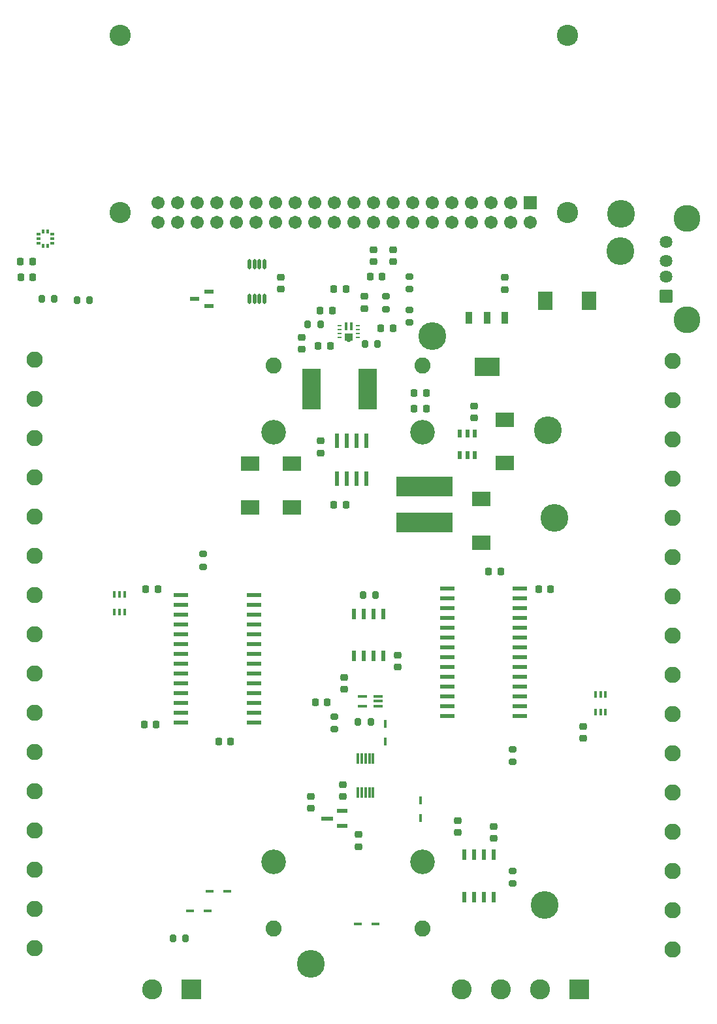
<source format=gbr>
%TF.GenerationSoftware,KiCad,Pcbnew,7.0.10*%
%TF.CreationDate,2024-02-10T17:39:24-06:00*%
%TF.ProjectId,DAQ,4441512e-6b69-4636-9164-5f7063625858,rev?*%
%TF.SameCoordinates,Original*%
%TF.FileFunction,Soldermask,Top*%
%TF.FilePolarity,Negative*%
%FSLAX46Y46*%
G04 Gerber Fmt 4.6, Leading zero omitted, Abs format (unit mm)*
G04 Created by KiCad (PCBNEW 7.0.10) date 2024-02-10 17:39:24*
%MOMM*%
%LPD*%
G01*
G04 APERTURE LIST*
G04 Aperture macros list*
%AMRoundRect*
0 Rectangle with rounded corners*
0 $1 Rounding radius*
0 $2 $3 $4 $5 $6 $7 $8 $9 X,Y pos of 4 corners*
0 Add a 4 corners polygon primitive as box body*
4,1,4,$2,$3,$4,$5,$6,$7,$8,$9,$2,$3,0*
0 Add four circle primitives for the rounded corners*
1,1,$1+$1,$2,$3*
1,1,$1+$1,$4,$5*
1,1,$1+$1,$6,$7*
1,1,$1+$1,$8,$9*
0 Add four rect primitives between the rounded corners*
20,1,$1+$1,$2,$3,$4,$5,0*
20,1,$1+$1,$4,$5,$6,$7,0*
20,1,$1+$1,$6,$7,$8,$9,0*
20,1,$1+$1,$8,$9,$2,$3,0*%
G04 Aperture macros list end*
%ADD10C,2.108200*%
%ADD11C,3.600000*%
%ADD12RoundRect,0.102000X1.200000X1.200000X-1.200000X1.200000X-1.200000X-1.200000X1.200000X-1.200000X0*%
%ADD13C,2.604000*%
%ADD14R,2.387600X1.955800*%
%ADD15R,1.270000X0.558800*%
%ADD16RoundRect,0.200000X-0.275000X0.200000X-0.275000X-0.200000X0.275000X-0.200000X0.275000X0.200000X0*%
%ADD17RoundRect,0.225000X-0.250000X0.225000X-0.250000X-0.225000X0.250000X-0.225000X0.250000X0.225000X0*%
%ADD18RoundRect,0.200000X0.200000X0.275000X-0.200000X0.275000X-0.200000X-0.275000X0.200000X-0.275000X0*%
%ADD19RoundRect,0.225000X-0.225000X-0.250000X0.225000X-0.250000X0.225000X0.250000X-0.225000X0.250000X0*%
%ADD20R,2.413000X5.334000*%
%ADD21RoundRect,0.225000X0.250000X-0.225000X0.250000X0.225000X-0.250000X0.225000X-0.250000X-0.225000X0*%
%ADD22R,1.111200X0.450800*%
%ADD23RoundRect,0.225000X0.225000X0.250000X-0.225000X0.250000X-0.225000X-0.250000X0.225000X-0.250000X0*%
%ADD24C,2.750000*%
%ADD25RoundRect,0.102000X0.754000X0.754000X-0.754000X0.754000X-0.754000X-0.754000X0.754000X-0.754000X0*%
%ADD26C,1.712000*%
%ADD27R,1.879600X0.558800*%
%ADD28R,7.289800X2.590800*%
%ADD29R,0.838200X1.600200*%
%ADD30RoundRect,0.400050X1.174750X0.400050X-1.174750X0.400050X-1.174750X-0.400050X1.174750X-0.400050X0*%
%ADD31R,0.558800X1.460500*%
%ADD32RoundRect,0.200000X0.275000X-0.200000X0.275000X0.200000X-0.275000X0.200000X-0.275000X-0.200000X0*%
%ADD33R,0.599999X1.000000*%
%ADD34R,0.355600X0.850900*%
%ADD35RoundRect,0.102000X0.714000X-0.714000X0.714000X0.714000X-0.714000X0.714000X-0.714000X-0.714000X0*%
%ADD36C,1.632000*%
%ADD37C,3.480000*%
%ADD38RoundRect,0.200000X-0.200000X-0.275000X0.200000X-0.275000X0.200000X0.275000X-0.200000X0.275000X0*%
%ADD39R,0.558800X1.981200*%
%ADD40R,1.955800X2.387600*%
%ADD41R,1.320800X0.558800*%
%ADD42R,1.587500X0.558800*%
%ADD43R,0.450800X1.111200*%
%ADD44R,0.330200X1.371600*%
%ADD45R,1.168400X0.355600*%
%ADD46R,0.406400X0.558800*%
%ADD47R,0.558800X0.406400*%
%ADD48RoundRect,0.218750X-0.218750X-0.256250X0.218750X-0.256250X0.218750X0.256250X-0.218750X0.256250X0*%
%ADD49O,0.449999X1.350000*%
%ADD50R,0.549999X0.249999*%
%ADD51R,0.449999X1.100000*%
%ADD52C,0.700000*%
%ADD53C,2.082800*%
%ADD54C,3.200400*%
G04 APERTURE END LIST*
%TO.C,U12*%
G36*
X90500200Y-107734100D02*
G01*
X87299800Y-107734100D01*
X87299800Y-105422700D01*
X90500200Y-105422700D01*
X90500200Y-107734100D01*
G37*
%TO.C,U1*%
G36*
X71492999Y-102264502D02*
G01*
X71492999Y-103164500D01*
X71442999Y-103214500D01*
X71292999Y-103214500D01*
X71243000Y-103164500D01*
X71243000Y-102884501D01*
X71193000Y-102834501D01*
X70793000Y-102834501D01*
X70743000Y-102884501D01*
X70743000Y-103164500D01*
X70693001Y-103214500D01*
X70543001Y-103214500D01*
X70493001Y-103164500D01*
X70493001Y-102264502D01*
X70543001Y-102214502D01*
X71442999Y-102214502D01*
X71492999Y-102264502D01*
G37*
%TD*%
D10*
%TO.C,J1*%
X30226000Y-181864000D03*
X30226000Y-176784000D03*
X30226000Y-171704000D03*
X30226000Y-166624000D03*
X30226000Y-161544000D03*
X30226000Y-156464000D03*
X30226000Y-151384000D03*
X30226000Y-146304000D03*
X30226000Y-141224000D03*
X30226000Y-136144000D03*
X30226000Y-131064000D03*
X30226000Y-125984000D03*
X30226000Y-120904000D03*
X30226000Y-115824000D03*
X30226000Y-110744000D03*
X30226000Y-105664000D03*
%TD*%
%TO.C,J2*%
X112940253Y-105839253D03*
X112940253Y-110919253D03*
X112940253Y-115999253D03*
X112940253Y-121079253D03*
X112940253Y-126159253D03*
X112940253Y-131239253D03*
X112940253Y-136319253D03*
X112940253Y-141399253D03*
X112940253Y-146479253D03*
X112940253Y-151559253D03*
X112940253Y-156639253D03*
X112940253Y-161719253D03*
X112940253Y-166799253D03*
X112940253Y-171879253D03*
X112940253Y-176959253D03*
X112940253Y-182039253D03*
%TD*%
D11*
%TO.C,TP6*%
X97663000Y-126111000D03*
%TD*%
D12*
%TO.C,J4*%
X50546000Y-187198000D03*
D13*
X45466000Y-187198000D03*
%TD*%
D14*
%TO.C,C1*%
X88138000Y-129311400D03*
X88138000Y-123672600D03*
%TD*%
D15*
%TO.C,MOSFET1*%
X52899399Y-98652497D03*
X52899399Y-96822499D03*
X50968999Y-97737498D03*
%TD*%
D16*
%TO.C,R10*%
X92202000Y-157734000D03*
X92202000Y-156084000D03*
%TD*%
D17*
%TO.C,C14*%
X66040000Y-162179000D03*
X66040000Y-163729000D03*
%TD*%
D18*
%TO.C,R4*%
X73850000Y-152527000D03*
X72200000Y-152527000D03*
%TD*%
D19*
%TO.C,C23*%
X44691000Y-135382000D03*
X46241000Y-135382000D03*
%TD*%
D20*
%TO.C,L1*%
X66167000Y-109474000D03*
X73406000Y-109474000D03*
%TD*%
D21*
%TO.C,C18*%
X74198000Y-92977000D03*
X74198000Y-91427000D03*
%TD*%
D22*
%TO.C,CR3*%
X72136000Y-178689000D03*
X74436000Y-178689000D03*
%TD*%
D21*
%TO.C,C15*%
X62144999Y-96480498D03*
X62144999Y-94930498D03*
%TD*%
D23*
%TO.C,C3*%
X68593000Y-103886000D03*
X67043000Y-103886000D03*
%TD*%
D22*
%TO.C,CR5*%
X55252000Y-174498000D03*
X52952000Y-174498000D03*
%TD*%
D24*
%TO.C,A1*%
X99358000Y-86614000D03*
X99358000Y-63614000D03*
X41358000Y-86614000D03*
X41358000Y-63614000D03*
D25*
X94488000Y-85344000D03*
D26*
X94488000Y-87884000D03*
X91948000Y-85344000D03*
X91948000Y-87884000D03*
X89408000Y-85344000D03*
X89408000Y-87884000D03*
X86868000Y-85344000D03*
X86868000Y-87884000D03*
X84328000Y-85344000D03*
X84328000Y-87884000D03*
X81788000Y-85344000D03*
X81788000Y-87884000D03*
X79248000Y-85344000D03*
X79248000Y-87884000D03*
X76708000Y-85344000D03*
X76708000Y-87884000D03*
X74168000Y-85344000D03*
X74168000Y-87884000D03*
X71628000Y-85344000D03*
X71628000Y-87884000D03*
X69088000Y-85344000D03*
X69088000Y-87884000D03*
X66548000Y-85344000D03*
X66548000Y-87884000D03*
X64008000Y-85344000D03*
X64008000Y-87884000D03*
X61468000Y-85344000D03*
X61468000Y-87884000D03*
X58928000Y-85344000D03*
X58928000Y-87884000D03*
X56388000Y-85344000D03*
X56388000Y-87884000D03*
X53848000Y-85344000D03*
X53848000Y-87884000D03*
X51308000Y-85344000D03*
X51308000Y-87884000D03*
X48768000Y-85344000D03*
X48768000Y-87884000D03*
X46228000Y-85344000D03*
X46228000Y-87884000D03*
%TD*%
D27*
%TO.C,U6*%
X83730253Y-135303253D03*
X83730253Y-136573253D03*
X83730253Y-137843253D03*
X83730253Y-139113253D03*
X83730253Y-140383253D03*
X83730253Y-141653253D03*
X83730253Y-142923253D03*
X83730253Y-144193253D03*
X83730253Y-145463253D03*
X83730253Y-146733253D03*
X83730253Y-148003253D03*
X83730253Y-149273253D03*
X83730253Y-150543253D03*
X83730253Y-151813253D03*
X93204453Y-151813253D03*
X93204453Y-150543253D03*
X93204453Y-149273253D03*
X93204453Y-148003253D03*
X93204453Y-146733253D03*
X93204453Y-145463253D03*
X93204453Y-144193253D03*
X93204453Y-142923253D03*
X93204453Y-141653253D03*
X93204453Y-140383253D03*
X93204453Y-139113253D03*
X93204453Y-137843253D03*
X93204453Y-136573253D03*
X93204453Y-135303253D03*
%TD*%
D14*
%TO.C,C9*%
X63627000Y-119100600D03*
X63627000Y-124739400D03*
%TD*%
D23*
%TO.C,C34*%
X68199000Y-149987000D03*
X66649000Y-149987000D03*
%TD*%
D21*
%TO.C,C29*%
X70358000Y-148349000D03*
X70358000Y-146799000D03*
%TD*%
D17*
%TO.C,C27*%
X89789000Y-166103000D03*
X89789000Y-167653000D03*
%TD*%
D21*
%TO.C,C7*%
X64897000Y-104312499D03*
X64897000Y-102762499D03*
%TD*%
D16*
%TO.C,R13*%
X92202000Y-171832000D03*
X92202000Y-173482000D03*
%TD*%
D28*
%TO.C,L2*%
X80772000Y-122047000D03*
X80772000Y-126746000D03*
%TD*%
D16*
%TO.C,R8*%
X78867000Y-99169499D03*
X78867000Y-100819499D03*
%TD*%
D21*
%TO.C,C26*%
X85090000Y-166891000D03*
X85090000Y-165341000D03*
%TD*%
D27*
%TO.C,U3*%
X58674000Y-152654000D03*
X58674000Y-151384000D03*
X58674000Y-150114000D03*
X58674000Y-148844000D03*
X58674000Y-147574000D03*
X58674000Y-146304000D03*
X58674000Y-145034000D03*
X58674000Y-143764000D03*
X58674000Y-142494000D03*
X58674000Y-141224000D03*
X58674000Y-139954000D03*
X58674000Y-138684000D03*
X58674000Y-137414000D03*
X58674000Y-136144000D03*
X49199800Y-136144000D03*
X49199800Y-137414000D03*
X49199800Y-138684000D03*
X49199800Y-139954000D03*
X49199800Y-141224000D03*
X49199800Y-142494000D03*
X49199800Y-143764000D03*
X49199800Y-145034000D03*
X49199800Y-146304000D03*
X49199800Y-147574000D03*
X49199800Y-148844000D03*
X49199800Y-150114000D03*
X49199800Y-151384000D03*
X49199800Y-152654000D03*
%TD*%
D29*
%TO.C,U12*%
X91200000Y-100177600D03*
X88900000Y-100177600D03*
X86600000Y-100177600D03*
D30*
X88900000Y-106578400D03*
%TD*%
D31*
%TO.C,U11*%
X85979000Y-175190150D03*
X87249000Y-175190150D03*
X88519000Y-175190150D03*
X89789000Y-175190150D03*
X89789000Y-169741850D03*
X88519000Y-169741850D03*
X87249000Y-169741850D03*
X85979000Y-169741850D03*
%TD*%
D32*
%TO.C,R3*%
X69088000Y-153479000D03*
X69088000Y-151829000D03*
%TD*%
D18*
%TO.C,R6*%
X74485000Y-136144000D03*
X72835000Y-136144000D03*
%TD*%
D21*
%TO.C,C4*%
X73025000Y-98991499D03*
X73025000Y-97441499D03*
%TD*%
D33*
%TO.C,U5*%
X85409999Y-117961001D03*
X86360000Y-117961001D03*
X87309998Y-117961001D03*
X87309998Y-115211001D03*
X86360000Y-115211001D03*
X85409999Y-115211001D03*
%TD*%
D34*
%TO.C,U7*%
X104281999Y-151237950D03*
X103632000Y-151237950D03*
X102982001Y-151237950D03*
X102982001Y-148990050D03*
X103632000Y-148990050D03*
X104281999Y-148990050D03*
%TD*%
D21*
%TO.C,C24*%
X101346000Y-154699000D03*
X101346000Y-153149000D03*
%TD*%
D35*
%TO.C,J3*%
X112098000Y-97387000D03*
D36*
X112098000Y-94887000D03*
X112098000Y-92887000D03*
X112098000Y-90387000D03*
D37*
X114808000Y-100457000D03*
X114808000Y-87317000D03*
%TD*%
D23*
%TO.C,C11*%
X81026000Y-109982000D03*
X79476000Y-109982000D03*
%TD*%
D11*
%TO.C,TP7*%
X66040000Y-183896000D03*
%TD*%
D19*
%TO.C,C32*%
X44450000Y-152908000D03*
X46000000Y-152908000D03*
%TD*%
D23*
%TO.C,C36*%
X29998000Y-94996000D03*
X28448000Y-94996000D03*
%TD*%
D19*
%TO.C,C16*%
X67284000Y-99314000D03*
X68834000Y-99314000D03*
%TD*%
D34*
%TO.C,U8*%
X41924999Y-136036050D03*
X41275000Y-136036050D03*
X40625001Y-136036050D03*
X40625001Y-138283950D03*
X41275000Y-138283950D03*
X41924999Y-138283950D03*
%TD*%
D38*
%TO.C,R14*%
X35751000Y-97917000D03*
X37401000Y-97917000D03*
%TD*%
D17*
%TO.C,C20*%
X72263000Y-167132000D03*
X72263000Y-168682000D03*
%TD*%
D11*
%TO.C,TP1*%
X106172000Y-91567000D03*
%TD*%
%TO.C,TP5*%
X81788000Y-102616000D03*
%TD*%
D14*
%TO.C,C2*%
X91186000Y-119024400D03*
X91186000Y-113385600D03*
%TD*%
D23*
%TO.C,C10*%
X81026000Y-112014000D03*
X79476000Y-112014000D03*
%TD*%
D17*
%TO.C,C6*%
X67310000Y-116154200D03*
X67310000Y-117704200D03*
%TD*%
D39*
%TO.C,U10*%
X73279000Y-116154200D03*
X72009000Y-116154200D03*
X70739000Y-116154200D03*
X69469000Y-116154200D03*
X69469000Y-121081800D03*
X70739000Y-121081800D03*
X72009000Y-121081800D03*
X73279000Y-121081800D03*
%TD*%
D21*
%TO.C,C28*%
X77343000Y-145428000D03*
X77343000Y-143878000D03*
%TD*%
D40*
%TO.C,C12*%
X102133400Y-98044000D03*
X96494600Y-98044000D03*
%TD*%
D31*
%TO.C,U2*%
X75438000Y-138569700D03*
X74168000Y-138569700D03*
X72898000Y-138569700D03*
X71628000Y-138569700D03*
X71628000Y-144018000D03*
X72898000Y-144018000D03*
X74168000Y-144018000D03*
X75438000Y-144018000D03*
%TD*%
D23*
%TO.C,C8*%
X70625000Y-96520000D03*
X69075000Y-96520000D03*
%TD*%
D18*
%TO.C,R2*%
X67310000Y-101092000D03*
X65660000Y-101092000D03*
%TD*%
D41*
%TO.C,U9*%
X70104000Y-165984002D03*
X70104000Y-164084000D03*
D42*
X68205350Y-165034001D03*
%TD*%
D43*
%TO.C,CR1*%
X80264000Y-162680000D03*
X80264000Y-164980000D03*
%TD*%
D19*
%TO.C,C31*%
X89141000Y-133096000D03*
X90691000Y-133096000D03*
%TD*%
D44*
%TO.C,U4*%
X72151999Y-161709100D03*
X72652001Y-161709100D03*
X73152000Y-161709100D03*
X73651999Y-161709100D03*
X74152001Y-161709100D03*
X74152001Y-157314900D03*
X73651999Y-157314900D03*
X73152000Y-157314900D03*
X72652001Y-157314900D03*
X72151999Y-157314900D03*
%TD*%
D45*
%TO.C,U14*%
X74828400Y-150509999D03*
X74828400Y-149860000D03*
X74828400Y-149210001D03*
X72745600Y-149210001D03*
X72745600Y-150509999D03*
%TD*%
D38*
%TO.C,R1*%
X73089000Y-103632000D03*
X74739000Y-103632000D03*
%TD*%
D46*
%TO.C,U15*%
X31358002Y-90932000D03*
X31958000Y-90932000D03*
D47*
X32585101Y-90604899D03*
X32585101Y-90004900D03*
X32585101Y-89404901D03*
D46*
X31958000Y-89077800D03*
X31358002Y-89077800D03*
D47*
X30730901Y-89404901D03*
X30730901Y-90004900D03*
X30730901Y-90604899D03*
%TD*%
D12*
%TO.C,J5*%
X100838000Y-187198000D03*
D13*
X95758000Y-187198000D03*
X90678000Y-187198000D03*
X85598000Y-187198000D03*
%TD*%
D16*
%TO.C,R7*%
X78867000Y-94851499D03*
X78867000Y-96501499D03*
%TD*%
D17*
%TO.C,C13*%
X91186000Y-94996000D03*
X91186000Y-96546000D03*
%TD*%
D11*
%TO.C,TP3*%
X96774000Y-114808000D03*
%TD*%
D23*
%TO.C,C5*%
X75324000Y-94901499D03*
X73774000Y-94901499D03*
%TD*%
D21*
%TO.C,C25*%
X87249000Y-113170000D03*
X87249000Y-111620000D03*
%TD*%
D22*
%TO.C,CR4*%
X50412000Y-177038000D03*
X52712000Y-177038000D03*
%TD*%
D48*
%TO.C,D1*%
X69062500Y-124460000D03*
X70637500Y-124460000D03*
%TD*%
D23*
%TO.C,C17*%
X76721000Y-101600000D03*
X75171000Y-101600000D03*
%TD*%
D49*
%TO.C,U13*%
X60071998Y-93287497D03*
X59421997Y-93287497D03*
X58771998Y-93287497D03*
X58121997Y-93287497D03*
X58121997Y-97737498D03*
X58771998Y-97737498D03*
X59421997Y-97737498D03*
X60071998Y-97737498D03*
%TD*%
D14*
%TO.C,C21*%
X58166000Y-119100600D03*
X58166000Y-124739400D03*
%TD*%
D21*
%TO.C,C19*%
X76708000Y-92977000D03*
X76708000Y-91427000D03*
%TD*%
D38*
%TO.C,R11*%
X48197000Y-180594000D03*
X49847000Y-180594000D03*
%TD*%
D23*
%TO.C,C33*%
X55652000Y-155067000D03*
X54102000Y-155067000D03*
%TD*%
D11*
%TO.C,TP4*%
X96393000Y-176276000D03*
%TD*%
%TO.C,TP2*%
X106299000Y-86741000D03*
%TD*%
D32*
%TO.C,R5*%
X75819000Y-99091499D03*
X75819000Y-97441499D03*
%TD*%
D43*
%TO.C,CR2*%
X75692000Y-152774000D03*
X75692000Y-155074000D03*
%TD*%
D50*
%TO.C,U1*%
X72167999Y-102764501D03*
X72167999Y-102264500D03*
X72167999Y-101764500D03*
X72167999Y-101264499D03*
D51*
X71342999Y-101314499D03*
X70643001Y-101314499D03*
D50*
X69818001Y-101264499D03*
X69818001Y-101764500D03*
X69818001Y-102264500D03*
X69818001Y-102764501D03*
D52*
X70993000Y-103014501D03*
%TD*%
D21*
%TO.C,C22*%
X70231000Y-162179000D03*
X70231000Y-160629000D03*
%TD*%
D32*
%TO.C,R9*%
X52070000Y-132461000D03*
X52070000Y-130811000D03*
%TD*%
D23*
%TO.C,C30*%
X97168000Y-135382000D03*
X95618000Y-135382000D03*
%TD*%
%TO.C,C35*%
X29985000Y-92964000D03*
X28435000Y-92964000D03*
%TD*%
D18*
%TO.C,R12*%
X32829000Y-97790000D03*
X31179000Y-97790000D03*
%TD*%
D53*
%TO.C,B1*%
X61217998Y-106427991D03*
X80518000Y-106427991D03*
X80518000Y-179328003D03*
X61217998Y-179328003D03*
D54*
X80518000Y-115067994D03*
X80518000Y-170688000D03*
X61217998Y-115067994D03*
X61217998Y-170688000D03*
%TD*%
M02*

</source>
